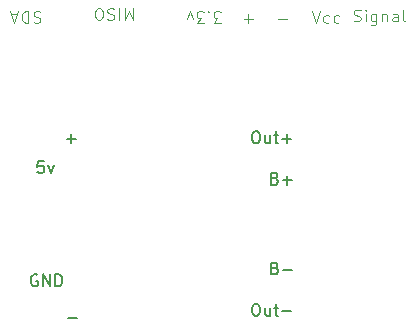
<source format=gto>
%TF.GenerationSoftware,KiCad,Pcbnew,7.0.7*%
%TF.CreationDate,2023-09-21T08:57:22-06:00*%
%TF.ProjectId,magTable,6d616754-6162-46c6-952e-6b696361645f,rev?*%
%TF.SameCoordinates,Original*%
%TF.FileFunction,Legend,Top*%
%TF.FilePolarity,Positive*%
%FSLAX46Y46*%
G04 Gerber Fmt 4.6, Leading zero omitted, Abs format (unit mm)*
G04 Created by KiCad (PCBNEW 7.0.7) date 2023-09-21 08:57:22*
%MOMM*%
%LPD*%
G01*
G04 APERTURE LIST*
%ADD10C,0.150000*%
%ADD11C,0.100000*%
G04 APERTURE END LIST*
D10*
X144907619Y-104682819D02*
X145098095Y-104682819D01*
X145098095Y-104682819D02*
X145193333Y-104730438D01*
X145193333Y-104730438D02*
X145288571Y-104825676D01*
X145288571Y-104825676D02*
X145336190Y-105016152D01*
X145336190Y-105016152D02*
X145336190Y-105349485D01*
X145336190Y-105349485D02*
X145288571Y-105539961D01*
X145288571Y-105539961D02*
X145193333Y-105635200D01*
X145193333Y-105635200D02*
X145098095Y-105682819D01*
X145098095Y-105682819D02*
X144907619Y-105682819D01*
X144907619Y-105682819D02*
X144812381Y-105635200D01*
X144812381Y-105635200D02*
X144717143Y-105539961D01*
X144717143Y-105539961D02*
X144669524Y-105349485D01*
X144669524Y-105349485D02*
X144669524Y-105016152D01*
X144669524Y-105016152D02*
X144717143Y-104825676D01*
X144717143Y-104825676D02*
X144812381Y-104730438D01*
X144812381Y-104730438D02*
X144907619Y-104682819D01*
X146193333Y-105016152D02*
X146193333Y-105682819D01*
X145764762Y-105016152D02*
X145764762Y-105539961D01*
X145764762Y-105539961D02*
X145812381Y-105635200D01*
X145812381Y-105635200D02*
X145907619Y-105682819D01*
X145907619Y-105682819D02*
X146050476Y-105682819D01*
X146050476Y-105682819D02*
X146145714Y-105635200D01*
X146145714Y-105635200D02*
X146193333Y-105587580D01*
X146526667Y-105016152D02*
X146907619Y-105016152D01*
X146669524Y-104682819D02*
X146669524Y-105539961D01*
X146669524Y-105539961D02*
X146717143Y-105635200D01*
X146717143Y-105635200D02*
X146812381Y-105682819D01*
X146812381Y-105682819D02*
X146907619Y-105682819D01*
X147240953Y-105301866D02*
X148002858Y-105301866D01*
X127017142Y-92582819D02*
X126540952Y-92582819D01*
X126540952Y-92582819D02*
X126493333Y-93059009D01*
X126493333Y-93059009D02*
X126540952Y-93011390D01*
X126540952Y-93011390D02*
X126636190Y-92963771D01*
X126636190Y-92963771D02*
X126874285Y-92963771D01*
X126874285Y-92963771D02*
X126969523Y-93011390D01*
X126969523Y-93011390D02*
X127017142Y-93059009D01*
X127017142Y-93059009D02*
X127064761Y-93154247D01*
X127064761Y-93154247D02*
X127064761Y-93392342D01*
X127064761Y-93392342D02*
X127017142Y-93487580D01*
X127017142Y-93487580D02*
X126969523Y-93535200D01*
X126969523Y-93535200D02*
X126874285Y-93582819D01*
X126874285Y-93582819D02*
X126636190Y-93582819D01*
X126636190Y-93582819D02*
X126540952Y-93535200D01*
X126540952Y-93535200D02*
X126493333Y-93487580D01*
X127398095Y-92916152D02*
X127636190Y-93582819D01*
X127636190Y-93582819D02*
X127874285Y-92916152D01*
X126498095Y-102230438D02*
X126402857Y-102182819D01*
X126402857Y-102182819D02*
X126260000Y-102182819D01*
X126260000Y-102182819D02*
X126117143Y-102230438D01*
X126117143Y-102230438D02*
X126021905Y-102325676D01*
X126021905Y-102325676D02*
X125974286Y-102420914D01*
X125974286Y-102420914D02*
X125926667Y-102611390D01*
X125926667Y-102611390D02*
X125926667Y-102754247D01*
X125926667Y-102754247D02*
X125974286Y-102944723D01*
X125974286Y-102944723D02*
X126021905Y-103039961D01*
X126021905Y-103039961D02*
X126117143Y-103135200D01*
X126117143Y-103135200D02*
X126260000Y-103182819D01*
X126260000Y-103182819D02*
X126355238Y-103182819D01*
X126355238Y-103182819D02*
X126498095Y-103135200D01*
X126498095Y-103135200D02*
X126545714Y-103087580D01*
X126545714Y-103087580D02*
X126545714Y-102754247D01*
X126545714Y-102754247D02*
X126355238Y-102754247D01*
X126974286Y-103182819D02*
X126974286Y-102182819D01*
X126974286Y-102182819D02*
X127545714Y-103182819D01*
X127545714Y-103182819D02*
X127545714Y-102182819D01*
X128021905Y-103182819D02*
X128021905Y-102182819D01*
X128021905Y-102182819D02*
X128260000Y-102182819D01*
X128260000Y-102182819D02*
X128402857Y-102230438D01*
X128402857Y-102230438D02*
X128498095Y-102325676D01*
X128498095Y-102325676D02*
X128545714Y-102420914D01*
X128545714Y-102420914D02*
X128593333Y-102611390D01*
X128593333Y-102611390D02*
X128593333Y-102754247D01*
X128593333Y-102754247D02*
X128545714Y-102944723D01*
X128545714Y-102944723D02*
X128498095Y-103039961D01*
X128498095Y-103039961D02*
X128402857Y-103135200D01*
X128402857Y-103135200D02*
X128260000Y-103182819D01*
X128260000Y-103182819D02*
X128021905Y-103182819D01*
X146612381Y-94059009D02*
X146755238Y-94106628D01*
X146755238Y-94106628D02*
X146802857Y-94154247D01*
X146802857Y-94154247D02*
X146850476Y-94249485D01*
X146850476Y-94249485D02*
X146850476Y-94392342D01*
X146850476Y-94392342D02*
X146802857Y-94487580D01*
X146802857Y-94487580D02*
X146755238Y-94535200D01*
X146755238Y-94535200D02*
X146660000Y-94582819D01*
X146660000Y-94582819D02*
X146279048Y-94582819D01*
X146279048Y-94582819D02*
X146279048Y-93582819D01*
X146279048Y-93582819D02*
X146612381Y-93582819D01*
X146612381Y-93582819D02*
X146707619Y-93630438D01*
X146707619Y-93630438D02*
X146755238Y-93678057D01*
X146755238Y-93678057D02*
X146802857Y-93773295D01*
X146802857Y-93773295D02*
X146802857Y-93868533D01*
X146802857Y-93868533D02*
X146755238Y-93963771D01*
X146755238Y-93963771D02*
X146707619Y-94011390D01*
X146707619Y-94011390D02*
X146612381Y-94059009D01*
X146612381Y-94059009D02*
X146279048Y-94059009D01*
X147279048Y-94201866D02*
X148040953Y-94201866D01*
X147660000Y-94582819D02*
X147660000Y-93820914D01*
X129079048Y-105901866D02*
X129840953Y-105901866D01*
X146612381Y-101659009D02*
X146755238Y-101706628D01*
X146755238Y-101706628D02*
X146802857Y-101754247D01*
X146802857Y-101754247D02*
X146850476Y-101849485D01*
X146850476Y-101849485D02*
X146850476Y-101992342D01*
X146850476Y-101992342D02*
X146802857Y-102087580D01*
X146802857Y-102087580D02*
X146755238Y-102135200D01*
X146755238Y-102135200D02*
X146660000Y-102182819D01*
X146660000Y-102182819D02*
X146279048Y-102182819D01*
X146279048Y-102182819D02*
X146279048Y-101182819D01*
X146279048Y-101182819D02*
X146612381Y-101182819D01*
X146612381Y-101182819D02*
X146707619Y-101230438D01*
X146707619Y-101230438D02*
X146755238Y-101278057D01*
X146755238Y-101278057D02*
X146802857Y-101373295D01*
X146802857Y-101373295D02*
X146802857Y-101468533D01*
X146802857Y-101468533D02*
X146755238Y-101563771D01*
X146755238Y-101563771D02*
X146707619Y-101611390D01*
X146707619Y-101611390D02*
X146612381Y-101659009D01*
X146612381Y-101659009D02*
X146279048Y-101659009D01*
X147279048Y-101801866D02*
X148040953Y-101801866D01*
X128979048Y-90701866D02*
X129740953Y-90701866D01*
X129360000Y-91082819D02*
X129360000Y-90320914D01*
X144907619Y-90082819D02*
X145098095Y-90082819D01*
X145098095Y-90082819D02*
X145193333Y-90130438D01*
X145193333Y-90130438D02*
X145288571Y-90225676D01*
X145288571Y-90225676D02*
X145336190Y-90416152D01*
X145336190Y-90416152D02*
X145336190Y-90749485D01*
X145336190Y-90749485D02*
X145288571Y-90939961D01*
X145288571Y-90939961D02*
X145193333Y-91035200D01*
X145193333Y-91035200D02*
X145098095Y-91082819D01*
X145098095Y-91082819D02*
X144907619Y-91082819D01*
X144907619Y-91082819D02*
X144812381Y-91035200D01*
X144812381Y-91035200D02*
X144717143Y-90939961D01*
X144717143Y-90939961D02*
X144669524Y-90749485D01*
X144669524Y-90749485D02*
X144669524Y-90416152D01*
X144669524Y-90416152D02*
X144717143Y-90225676D01*
X144717143Y-90225676D02*
X144812381Y-90130438D01*
X144812381Y-90130438D02*
X144907619Y-90082819D01*
X146193333Y-90416152D02*
X146193333Y-91082819D01*
X145764762Y-90416152D02*
X145764762Y-90939961D01*
X145764762Y-90939961D02*
X145812381Y-91035200D01*
X145812381Y-91035200D02*
X145907619Y-91082819D01*
X145907619Y-91082819D02*
X146050476Y-91082819D01*
X146050476Y-91082819D02*
X146145714Y-91035200D01*
X146145714Y-91035200D02*
X146193333Y-90987580D01*
X146526667Y-90416152D02*
X146907619Y-90416152D01*
X146669524Y-90082819D02*
X146669524Y-90939961D01*
X146669524Y-90939961D02*
X146717143Y-91035200D01*
X146717143Y-91035200D02*
X146812381Y-91082819D01*
X146812381Y-91082819D02*
X146907619Y-91082819D01*
X147240953Y-90701866D02*
X148002858Y-90701866D01*
X147621905Y-91082819D02*
X147621905Y-90320914D01*
D11*
X144730115Y-80518533D02*
X143968211Y-80518533D01*
X144349163Y-80137580D02*
X144349163Y-80899485D01*
X147651115Y-80518533D02*
X146889211Y-80518533D01*
X149767027Y-79898419D02*
X150100360Y-80898419D01*
X150100360Y-80898419D02*
X150433693Y-79898419D01*
X151195598Y-80850800D02*
X151100360Y-80898419D01*
X151100360Y-80898419D02*
X150909884Y-80898419D01*
X150909884Y-80898419D02*
X150814646Y-80850800D01*
X150814646Y-80850800D02*
X150767027Y-80803180D01*
X150767027Y-80803180D02*
X150719408Y-80707942D01*
X150719408Y-80707942D02*
X150719408Y-80422228D01*
X150719408Y-80422228D02*
X150767027Y-80326990D01*
X150767027Y-80326990D02*
X150814646Y-80279371D01*
X150814646Y-80279371D02*
X150909884Y-80231752D01*
X150909884Y-80231752D02*
X151100360Y-80231752D01*
X151100360Y-80231752D02*
X151195598Y-80279371D01*
X152052741Y-80850800D02*
X151957503Y-80898419D01*
X151957503Y-80898419D02*
X151767027Y-80898419D01*
X151767027Y-80898419D02*
X151671789Y-80850800D01*
X151671789Y-80850800D02*
X151624170Y-80803180D01*
X151624170Y-80803180D02*
X151576551Y-80707942D01*
X151576551Y-80707942D02*
X151576551Y-80422228D01*
X151576551Y-80422228D02*
X151624170Y-80326990D01*
X151624170Y-80326990D02*
X151671789Y-80279371D01*
X151671789Y-80279371D02*
X151767027Y-80231752D01*
X151767027Y-80231752D02*
X151957503Y-80231752D01*
X151957503Y-80231752D02*
X152052741Y-80279371D01*
X153291265Y-80723800D02*
X153434122Y-80771419D01*
X153434122Y-80771419D02*
X153672217Y-80771419D01*
X153672217Y-80771419D02*
X153767455Y-80723800D01*
X153767455Y-80723800D02*
X153815074Y-80676180D01*
X153815074Y-80676180D02*
X153862693Y-80580942D01*
X153862693Y-80580942D02*
X153862693Y-80485704D01*
X153862693Y-80485704D02*
X153815074Y-80390466D01*
X153815074Y-80390466D02*
X153767455Y-80342847D01*
X153767455Y-80342847D02*
X153672217Y-80295228D01*
X153672217Y-80295228D02*
X153481741Y-80247609D01*
X153481741Y-80247609D02*
X153386503Y-80199990D01*
X153386503Y-80199990D02*
X153338884Y-80152371D01*
X153338884Y-80152371D02*
X153291265Y-80057133D01*
X153291265Y-80057133D02*
X153291265Y-79961895D01*
X153291265Y-79961895D02*
X153338884Y-79866657D01*
X153338884Y-79866657D02*
X153386503Y-79819038D01*
X153386503Y-79819038D02*
X153481741Y-79771419D01*
X153481741Y-79771419D02*
X153719836Y-79771419D01*
X153719836Y-79771419D02*
X153862693Y-79819038D01*
X154291265Y-80771419D02*
X154291265Y-80104752D01*
X154291265Y-79771419D02*
X154243646Y-79819038D01*
X154243646Y-79819038D02*
X154291265Y-79866657D01*
X154291265Y-79866657D02*
X154338884Y-79819038D01*
X154338884Y-79819038D02*
X154291265Y-79771419D01*
X154291265Y-79771419D02*
X154291265Y-79866657D01*
X155196026Y-80104752D02*
X155196026Y-80914276D01*
X155196026Y-80914276D02*
X155148407Y-81009514D01*
X155148407Y-81009514D02*
X155100788Y-81057133D01*
X155100788Y-81057133D02*
X155005550Y-81104752D01*
X155005550Y-81104752D02*
X154862693Y-81104752D01*
X154862693Y-81104752D02*
X154767455Y-81057133D01*
X155196026Y-80723800D02*
X155100788Y-80771419D01*
X155100788Y-80771419D02*
X154910312Y-80771419D01*
X154910312Y-80771419D02*
X154815074Y-80723800D01*
X154815074Y-80723800D02*
X154767455Y-80676180D01*
X154767455Y-80676180D02*
X154719836Y-80580942D01*
X154719836Y-80580942D02*
X154719836Y-80295228D01*
X154719836Y-80295228D02*
X154767455Y-80199990D01*
X154767455Y-80199990D02*
X154815074Y-80152371D01*
X154815074Y-80152371D02*
X154910312Y-80104752D01*
X154910312Y-80104752D02*
X155100788Y-80104752D01*
X155100788Y-80104752D02*
X155196026Y-80152371D01*
X155672217Y-80104752D02*
X155672217Y-80771419D01*
X155672217Y-80199990D02*
X155719836Y-80152371D01*
X155719836Y-80152371D02*
X155815074Y-80104752D01*
X155815074Y-80104752D02*
X155957931Y-80104752D01*
X155957931Y-80104752D02*
X156053169Y-80152371D01*
X156053169Y-80152371D02*
X156100788Y-80247609D01*
X156100788Y-80247609D02*
X156100788Y-80771419D01*
X157005550Y-80771419D02*
X157005550Y-80247609D01*
X157005550Y-80247609D02*
X156957931Y-80152371D01*
X156957931Y-80152371D02*
X156862693Y-80104752D01*
X156862693Y-80104752D02*
X156672217Y-80104752D01*
X156672217Y-80104752D02*
X156576979Y-80152371D01*
X157005550Y-80723800D02*
X156910312Y-80771419D01*
X156910312Y-80771419D02*
X156672217Y-80771419D01*
X156672217Y-80771419D02*
X156576979Y-80723800D01*
X156576979Y-80723800D02*
X156529360Y-80628561D01*
X156529360Y-80628561D02*
X156529360Y-80533323D01*
X156529360Y-80533323D02*
X156576979Y-80438085D01*
X156576979Y-80438085D02*
X156672217Y-80390466D01*
X156672217Y-80390466D02*
X156910312Y-80390466D01*
X156910312Y-80390466D02*
X157005550Y-80342847D01*
X157624598Y-80771419D02*
X157529360Y-80723800D01*
X157529360Y-80723800D02*
X157481741Y-80628561D01*
X157481741Y-80628561D02*
X157481741Y-79771419D01*
X126743734Y-79931200D02*
X126600877Y-79883580D01*
X126600877Y-79883580D02*
X126362782Y-79883580D01*
X126362782Y-79883580D02*
X126267544Y-79931200D01*
X126267544Y-79931200D02*
X126219925Y-79978819D01*
X126219925Y-79978819D02*
X126172306Y-80074057D01*
X126172306Y-80074057D02*
X126172306Y-80169295D01*
X126172306Y-80169295D02*
X126219925Y-80264533D01*
X126219925Y-80264533D02*
X126267544Y-80312152D01*
X126267544Y-80312152D02*
X126362782Y-80359771D01*
X126362782Y-80359771D02*
X126553258Y-80407390D01*
X126553258Y-80407390D02*
X126648496Y-80455009D01*
X126648496Y-80455009D02*
X126696115Y-80502628D01*
X126696115Y-80502628D02*
X126743734Y-80597866D01*
X126743734Y-80597866D02*
X126743734Y-80693104D01*
X126743734Y-80693104D02*
X126696115Y-80788342D01*
X126696115Y-80788342D02*
X126648496Y-80835961D01*
X126648496Y-80835961D02*
X126553258Y-80883580D01*
X126553258Y-80883580D02*
X126315163Y-80883580D01*
X126315163Y-80883580D02*
X126172306Y-80835961D01*
X125743734Y-79883580D02*
X125743734Y-80883580D01*
X125743734Y-80883580D02*
X125505639Y-80883580D01*
X125505639Y-80883580D02*
X125362782Y-80835961D01*
X125362782Y-80835961D02*
X125267544Y-80740723D01*
X125267544Y-80740723D02*
X125219925Y-80645485D01*
X125219925Y-80645485D02*
X125172306Y-80455009D01*
X125172306Y-80455009D02*
X125172306Y-80312152D01*
X125172306Y-80312152D02*
X125219925Y-80121676D01*
X125219925Y-80121676D02*
X125267544Y-80026438D01*
X125267544Y-80026438D02*
X125362782Y-79931200D01*
X125362782Y-79931200D02*
X125505639Y-79883580D01*
X125505639Y-79883580D02*
X125743734Y-79883580D01*
X124791353Y-80169295D02*
X124315163Y-80169295D01*
X124886591Y-79883580D02*
X124553258Y-80883580D01*
X124553258Y-80883580D02*
X124219925Y-79883580D01*
X134570115Y-79629580D02*
X134570115Y-80629580D01*
X134570115Y-80629580D02*
X134236782Y-79915295D01*
X134236782Y-79915295D02*
X133903449Y-80629580D01*
X133903449Y-80629580D02*
X133903449Y-79629580D01*
X133427258Y-79629580D02*
X133427258Y-80629580D01*
X132998687Y-79677200D02*
X132855830Y-79629580D01*
X132855830Y-79629580D02*
X132617735Y-79629580D01*
X132617735Y-79629580D02*
X132522497Y-79677200D01*
X132522497Y-79677200D02*
X132474878Y-79724819D01*
X132474878Y-79724819D02*
X132427259Y-79820057D01*
X132427259Y-79820057D02*
X132427259Y-79915295D01*
X132427259Y-79915295D02*
X132474878Y-80010533D01*
X132474878Y-80010533D02*
X132522497Y-80058152D01*
X132522497Y-80058152D02*
X132617735Y-80105771D01*
X132617735Y-80105771D02*
X132808211Y-80153390D01*
X132808211Y-80153390D02*
X132903449Y-80201009D01*
X132903449Y-80201009D02*
X132951068Y-80248628D01*
X132951068Y-80248628D02*
X132998687Y-80343866D01*
X132998687Y-80343866D02*
X132998687Y-80439104D01*
X132998687Y-80439104D02*
X132951068Y-80534342D01*
X132951068Y-80534342D02*
X132903449Y-80581961D01*
X132903449Y-80581961D02*
X132808211Y-80629580D01*
X132808211Y-80629580D02*
X132570116Y-80629580D01*
X132570116Y-80629580D02*
X132427259Y-80581961D01*
X131808211Y-80629580D02*
X131617735Y-80629580D01*
X131617735Y-80629580D02*
X131522497Y-80581961D01*
X131522497Y-80581961D02*
X131427259Y-80486723D01*
X131427259Y-80486723D02*
X131379640Y-80296247D01*
X131379640Y-80296247D02*
X131379640Y-79962914D01*
X131379640Y-79962914D02*
X131427259Y-79772438D01*
X131427259Y-79772438D02*
X131522497Y-79677200D01*
X131522497Y-79677200D02*
X131617735Y-79629580D01*
X131617735Y-79629580D02*
X131808211Y-79629580D01*
X131808211Y-79629580D02*
X131903449Y-79677200D01*
X131903449Y-79677200D02*
X131998687Y-79772438D01*
X131998687Y-79772438D02*
X132046306Y-79962914D01*
X132046306Y-79962914D02*
X132046306Y-80296247D01*
X132046306Y-80296247D02*
X131998687Y-80486723D01*
X131998687Y-80486723D02*
X131903449Y-80581961D01*
X131903449Y-80581961D02*
X131808211Y-80629580D01*
X142031353Y-80883580D02*
X141412306Y-80883580D01*
X141412306Y-80883580D02*
X141745639Y-80502628D01*
X141745639Y-80502628D02*
X141602782Y-80502628D01*
X141602782Y-80502628D02*
X141507544Y-80455009D01*
X141507544Y-80455009D02*
X141459925Y-80407390D01*
X141459925Y-80407390D02*
X141412306Y-80312152D01*
X141412306Y-80312152D02*
X141412306Y-80074057D01*
X141412306Y-80074057D02*
X141459925Y-79978819D01*
X141459925Y-79978819D02*
X141507544Y-79931200D01*
X141507544Y-79931200D02*
X141602782Y-79883580D01*
X141602782Y-79883580D02*
X141888496Y-79883580D01*
X141888496Y-79883580D02*
X141983734Y-79931200D01*
X141983734Y-79931200D02*
X142031353Y-79978819D01*
X140983734Y-79978819D02*
X140936115Y-79931200D01*
X140936115Y-79931200D02*
X140983734Y-79883580D01*
X140983734Y-79883580D02*
X141031353Y-79931200D01*
X141031353Y-79931200D02*
X140983734Y-79978819D01*
X140983734Y-79978819D02*
X140983734Y-79883580D01*
X140602782Y-80883580D02*
X139983735Y-80883580D01*
X139983735Y-80883580D02*
X140317068Y-80502628D01*
X140317068Y-80502628D02*
X140174211Y-80502628D01*
X140174211Y-80502628D02*
X140078973Y-80455009D01*
X140078973Y-80455009D02*
X140031354Y-80407390D01*
X140031354Y-80407390D02*
X139983735Y-80312152D01*
X139983735Y-80312152D02*
X139983735Y-80074057D01*
X139983735Y-80074057D02*
X140031354Y-79978819D01*
X140031354Y-79978819D02*
X140078973Y-79931200D01*
X140078973Y-79931200D02*
X140174211Y-79883580D01*
X140174211Y-79883580D02*
X140459925Y-79883580D01*
X140459925Y-79883580D02*
X140555163Y-79931200D01*
X140555163Y-79931200D02*
X140602782Y-79978819D01*
X139650401Y-80550247D02*
X139412306Y-79883580D01*
X139412306Y-79883580D02*
X139174211Y-80550247D01*
M02*

</source>
